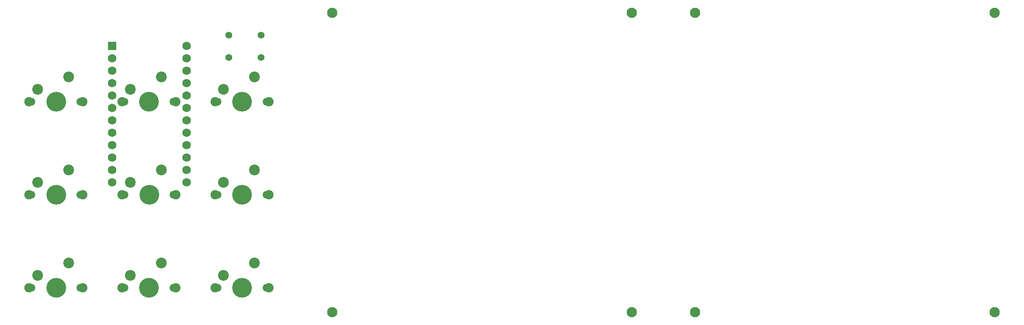
<source format=gbr>
%TF.GenerationSoftware,Altium Limited,Altium Designer,20.1.12 (249)*%
G04 Layer_Color=255*
%FSLAX26Y26*%
%MOIN*%
%TF.SameCoordinates,48E641B1-37B0-44A9-B879-09A3BD72E7FB*%
%TF.FilePolarity,Positive*%
%TF.FileFunction,Pads,Bot*%
%TF.Part,Single*%
G01*
G75*
%TA.AperFunction,ComponentPad*%
%ADD10C,0.069016*%
%ADD11R,0.069016X0.069016*%
%ADD12C,0.159449*%
%ADD13C,0.086614*%
%ADD14C,0.074803*%
%ADD15C,0.066929*%
%ADD16C,0.055118*%
%TA.AperFunction,ViaPad*%
%ADD17C,0.082677*%
D10*
X848854Y1624174D02*
D03*
Y2224174D02*
D03*
Y2024174D02*
D03*
Y1824174D02*
D03*
Y1924174D02*
D03*
Y1424174D02*
D03*
Y1524174D02*
D03*
Y1224174D02*
D03*
Y2124174D02*
D03*
Y1724174D02*
D03*
Y1324174D02*
D03*
X1448854Y1624174D02*
D03*
Y2324174D02*
D03*
Y2024174D02*
D03*
Y2224174D02*
D03*
Y1824174D02*
D03*
Y1924174D02*
D03*
Y1424174D02*
D03*
Y1524174D02*
D03*
Y1224174D02*
D03*
Y1724174D02*
D03*
Y1324174D02*
D03*
Y2124174D02*
D03*
D11*
X848854Y2324174D02*
D03*
D12*
X397047Y375000D02*
D03*
Y1124213D02*
D03*
X1146496Y1123189D02*
D03*
X1895709D02*
D03*
X1146260Y375000D02*
D03*
X1895472D02*
D03*
X397047Y1873425D02*
D03*
X1146260D02*
D03*
X1895472D02*
D03*
D13*
X246457Y474409D02*
D03*
X496457Y574409D02*
D03*
X246457Y1223622D02*
D03*
X496457Y1323622D02*
D03*
X995905Y1222598D02*
D03*
X1245906Y1322598D02*
D03*
X1745118Y1222598D02*
D03*
X1995118Y1322598D02*
D03*
X995669Y474409D02*
D03*
X1245669Y574409D02*
D03*
X1744882Y474409D02*
D03*
X1994882Y574409D02*
D03*
X246457Y1972835D02*
D03*
X496457Y2072835D02*
D03*
X995669Y1972835D02*
D03*
X1245669Y2072835D02*
D03*
X1744882Y1972835D02*
D03*
X1994882Y2072835D02*
D03*
D14*
X178543Y374409D02*
D03*
X612008D02*
D03*
X178543Y1123622D02*
D03*
X612008D02*
D03*
X927992Y1122598D02*
D03*
X1361457D02*
D03*
X1677205D02*
D03*
X2110669D02*
D03*
X927756Y374409D02*
D03*
X1361220D02*
D03*
X1676968D02*
D03*
X2110433D02*
D03*
X178543Y1872835D02*
D03*
X612008D02*
D03*
X927756D02*
D03*
X1361220D02*
D03*
X1676968D02*
D03*
X2110433D02*
D03*
D15*
X195472Y374409D02*
D03*
X595472D02*
D03*
X195472Y1123622D02*
D03*
X595472D02*
D03*
X944921Y1122598D02*
D03*
X1344921D02*
D03*
X1694134D02*
D03*
X2094134D02*
D03*
X944685Y374409D02*
D03*
X1344685D02*
D03*
X1693898D02*
D03*
X2093898D02*
D03*
X195472Y1872835D02*
D03*
X595472D02*
D03*
X944685D02*
D03*
X1344685D02*
D03*
X1693898D02*
D03*
X2093898D02*
D03*
D16*
X1788740Y2229291D02*
D03*
Y2410394D02*
D03*
X2048583Y2229291D02*
D03*
Y2410394D02*
D03*
D17*
X5543110Y2590551D02*
D03*
Y177165D02*
D03*
X7956496Y2590551D02*
D03*
D03*
D03*
Y177165D02*
D03*
X5035433D02*
D03*
Y2590551D02*
D03*
D03*
D03*
X2622047Y177165D02*
D03*
Y2590551D02*
D03*
%TF.MD5,24f421e9d6a82885bb59a35d0aa440fd*%
M02*

</source>
